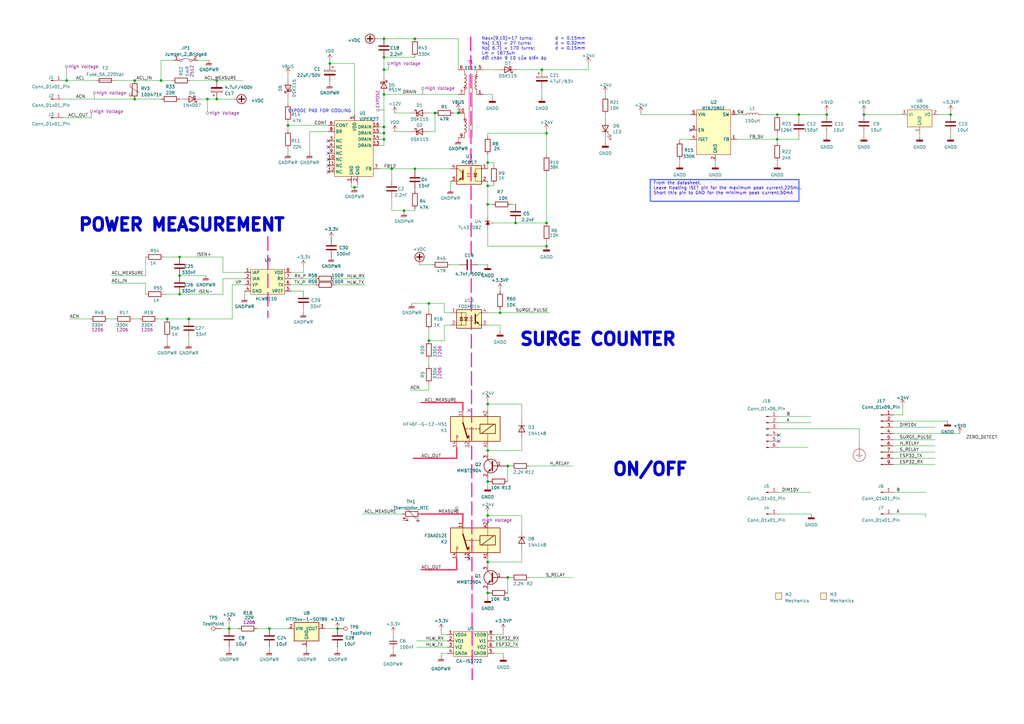
<source format=kicad_sch>
(kicad_sch (version 20230121) (generator eeschema)
  (paper "A3")
  (junction (at 318.77 46.99))
  (junction (at 327.66 46.99))
  (junction (at 187.96 46.355))
  (junction (at 157.48 28.575))
  (junction (at 88.9 33.02))
  (junction (at 224.155 54.61))
  (junction (at 118.11 51.435))
  (junction (at 27.305 33.02))
  (junction (at 160.655 69.215))
  (junction (at 200.025 243.205))
  (junction (at 73.66 120.65))
  (junction (at 389.89 46.99))
  (junction (at 157.48 15.875))
  (junction (at 200.025 165.735))
  (junction (at 200.025 211.455))
  (junction (at 200.025 66.675))
  (junction (at 138.43 257.81))
  (junction (at 157.48 57.15))
  (junction (at 200.025 184.785))
  (junction (at 157.48 52.07))
  (junction (at 165.735 86.36))
  (junction (at 73.66 113.03))
  (junction (at 200.025 197.485))
  (junction (at 157.48 23.495))
  (junction (at 222.25 28.575))
  (junction (at 73.66 105.41))
  (junction (at 200.025 83.82))
  (junction (at 200.025 230.505))
  (junction (at 93.98 257.81))
  (junction (at 170.18 15.875))
  (junction (at 110.49 257.81))
  (junction (at 354.33 46.99))
  (junction (at 55.245 40.64))
  (junction (at 157.48 54.61))
  (junction (at 224.155 100.965))
  (junction (at 77.47 130.81))
  (junction (at 175.895 139.7))
  (junction (at 178.435 46.355))
  (junction (at 318.77 57.15))
  (junction (at 88.9 40.64))
  (junction (at 208.28 191.135))
  (junction (at 175.895 124.46))
  (junction (at 211.455 91.44))
  (junction (at 157.48 38.735))
  (junction (at 339.09 46.99))
  (junction (at 224.155 91.44))
  (junction (at 200.025 76.2))
  (junction (at 208.28 236.855))
  (junction (at 68.58 130.81))
  (junction (at 85.09 40.64))
  (junction (at 66.04 33.02))
  (junction (at 170.18 69.215))
  (junction (at 55.245 33.02))
  (junction (at 145.415 76.835))
  (junction (at 205.105 128.27))
  (junction (at 135.255 26.035))
  (no_connect (at 134.62 62.865))
  (no_connect (at 134.62 70.485))
  (no_connect (at 283.21 53.34))
  (no_connect (at 134.62 57.785))
  (no_connect (at 192.405 229.235))
  (no_connect (at 192.405 168.275))
  (no_connect (at 319.405 180.975))
  (no_connect (at 319.405 178.435))
  (no_connect (at 134.62 60.325))
  (no_connect (at 134.62 67.945))
  (no_connect (at 134.62 65.405))
  (wire (pts (xy 184.785 128.27) (xy 182.245 128.27)))
  (wire (pts (xy 200.025 197.485) (xy 200.025 199.39)))
  (wire (pts (xy 135.255 26.035) (xy 145.415 26.035)))
  (wire (pts (xy 200.025 133.35) (xy 205.105 133.35)))
  (wire (pts (xy 177.165 108.585) (xy 172.085 108.585)))
  (wire (pts (xy 155.575 69.215) (xy 160.655 69.215)))
  (wire (pts (xy 145.415 76.835) (xy 146.685 76.835)))
  (wire (pts (xy 187.325 229.235) (xy 187.325 233.68)) (stroke (width 0.508) (color 255 32 74 1)))
  (wire (pts (xy 202.565 66.675) (xy 202.565 67.945)))
  (wire (pts (xy 54.61 130.81) (xy 57.15 130.81)))
  (wire (pts (xy 119.38 114.3) (xy 129.54 114.3)))
  (wire (pts (xy 327.66 46.99) (xy 339.09 46.99)))
  (wire (pts (xy 118.11 40.005) (xy 118.11 42.545)))
  (wire (pts (xy 208.28 197.485) (xy 208.28 191.135)))
  (wire (pts (xy 66.04 24.765) (xy 66.04 33.02)))
  (wire (pts (xy 187.96 38.735) (xy 157.48 38.735)))
  (wire (pts (xy 44.45 130.81) (xy 46.99 130.81)))
  (wire (pts (xy 170.18 15.875) (xy 187.96 15.875)))
  (wire (pts (xy 135.255 33.655) (xy 135.255 34.29)))
  (wire (pts (xy 200.025 108.585) (xy 196.215 108.585)))
  (wire (pts (xy 82.55 40.64) (xy 85.09 40.64)))
  (wire (pts (xy 118.11 51.435) (xy 118.11 53.34)))
  (wire (pts (xy 200.025 243.205) (xy 200.025 241.935)))
  (wire (pts (xy 182.245 124.46) (xy 175.895 124.46)))
  (wire (pts (xy 184.785 108.585) (xy 188.595 108.585)))
  (wire (pts (xy 200.025 66.675) (xy 202.565 66.675)))
  (wire (pts (xy 278.765 65.405) (xy 278.765 67.31)))
  (wire (pts (xy 187.96 45.085) (xy 187.96 46.355)))
  (wire (pts (xy 200.66 243.205) (xy 200.025 243.205)))
  (wire (pts (xy 327.66 57.15) (xy 318.77 57.15)))
  (wire (pts (xy 91.44 111.76) (xy 91.44 105.41)))
  (wire (pts (xy 200.025 184.785) (xy 200.025 186.055)))
  (wire (pts (xy 182.245 133.35) (xy 182.245 139.7)))
  (wire (pts (xy 200.025 128.27) (xy 205.105 128.27)))
  (wire (pts (xy 81.28 24.765) (xy 85.725 24.765)))
  (wire (pts (xy 200.025 183.515) (xy 200.025 184.785)))
  (wire (pts (xy 200.025 243.205) (xy 200.025 245.11)))
  (wire (pts (xy 200.025 230.505) (xy 200.025 231.775)))
  (wire (pts (xy 157.48 23.495) (xy 157.48 28.575)))
  (wire (pts (xy 318.77 57.15) (xy 318.77 58.42)))
  (wire (pts (xy 187.325 233.68) (xy 172.72 233.68)) (stroke (width 0.508) (color 255 32 74 1)))
  (wire (pts (xy 125.73 265.43) (xy 125.73 266.7)))
  (wire (pts (xy 137.16 114.3) (xy 149.86 114.3)))
  (wire (pts (xy 155.575 57.15) (xy 157.48 57.15)))
  (wire (pts (xy 118.11 30.48) (xy 118.11 32.385)))
  (wire (pts (xy 339.09 45.72) (xy 339.09 46.99)))
  (wire (pts (xy 110.49 257.81) (xy 118.11 257.81)))
  (wire (pts (xy 127 53.975) (xy 127 62.865)))
  (wire (pts (xy 90.805 257.81) (xy 93.98 257.81)))
  (wire (pts (xy 200.025 83.82) (xy 201.93 83.82)))
  (wire (pts (xy 157.48 28.575) (xy 159.385 28.575)))
  (wire (pts (xy 27.305 33.02) (xy 39.37 33.02)))
  (wire (pts (xy 366.395 180.34) (xy 383.54 180.34)))
  (wire (pts (xy 354.33 46.99) (xy 369.57 46.99)))
  (wire (pts (xy 213.995 172.085) (xy 213.995 165.735)))
  (wire (pts (xy 213.995 184.785) (xy 200.025 184.785)))
  (wire (pts (xy 206.375 258.445) (xy 206.375 260.35)))
  (wire (pts (xy 202.565 265.43) (xy 212.725 265.43)))
  (wire (pts (xy 366.395 185.42) (xy 383.54 185.42)))
  (wire (pts (xy 222.25 28.575) (xy 241.3 28.575)))
  (wire (pts (xy 124.46 127) (xy 124.46 128.27)))
  (wire (pts (xy 208.28 243.205) (xy 208.28 236.855)))
  (wire (pts (xy 46.99 33.02) (xy 55.245 33.02)))
  (wire (pts (xy 366.395 210.82) (xy 379.73 210.82)))
  (wire (pts (xy 161.925 53.975) (xy 168.275 53.975)))
  (wire (pts (xy 200.025 83.82) (xy 200.025 88.9)))
  (wire (pts (xy 77.47 130.81) (xy 95.25 130.81)))
  (wire (pts (xy 200.66 197.485) (xy 200.025 197.485)))
  (wire (pts (xy 302.26 57.15) (xy 318.77 57.15)))
  (wire (pts (xy 95.25 116.84) (xy 95.25 130.81)))
  (wire (pts (xy 319.405 175.895) (xy 352.425 175.895)))
  (wire (pts (xy 55.245 33.02) (xy 66.04 33.02)))
  (wire (pts (xy 85.09 43.815) (xy 85.09 40.64)))
  (wire (pts (xy 66.04 33.02) (xy 70.485 33.02)))
  (wire (pts (xy 110.49 265.43) (xy 110.49 266.7)))
  (wire (pts (xy 146.685 74.93) (xy 146.685 76.835)))
  (wire (pts (xy 187.325 183.515) (xy 187.325 187.96)) (stroke (width 0.508) (color 255 32 74 1)))
  (wire (pts (xy 224.155 71.12) (xy 224.155 91.44)))
  (wire (pts (xy 200.025 54.61) (xy 224.155 54.61)))
  (wire (pts (xy 105.41 257.81) (xy 110.49 257.81)))
  (wire (pts (xy 67.31 105.41) (xy 73.66 105.41)))
  (wire (pts (xy 187.96 15.875) (xy 187.96 28.575)))
  (wire (pts (xy 165.1 210.82) (xy 148.59 210.82)))
  (wire (pts (xy 157.48 28.575) (xy 157.48 31.115)))
  (wire (pts (xy 318.77 66.04) (xy 318.77 67.31)))
  (wire (pts (xy 71.12 24.765) (xy 66.04 24.765)))
  (wire (pts (xy 170.815 262.89) (xy 183.515 262.89)))
  (wire (pts (xy 213.995 179.705) (xy 213.995 184.785)))
  (wire (pts (xy 224.155 54.61) (xy 224.155 63.5)))
  (wire (pts (xy 319.405 183.515) (xy 331.47 183.515)))
  (wire (pts (xy 160.655 69.215) (xy 160.655 73.66)))
  (wire (pts (xy 189.865 213.995) (xy 189.865 210.82)) (stroke (width 0.508) (color 255 32 74 1)))
  (wire (pts (xy 45.72 113.03) (xy 59.69 113.03)))
  (wire (pts (xy 119.38 111.76) (xy 124.46 111.76)))
  (wire (pts (xy 200.025 100.965) (xy 200.025 93.98)))
  (wire (pts (xy 202.565 75.565) (xy 202.565 76.2)))
  (wire (pts (xy 224.155 99.06) (xy 224.155 100.965)))
  (wire (pts (xy 224.155 53.34) (xy 224.155 54.61)))
  (wire (pts (xy 208.28 236.855) (xy 207.645 236.855)))
  (wire (pts (xy 91.44 120.65) (xy 73.66 120.65)))
  (wire (pts (xy 138.43 265.43) (xy 138.43 266.7)))
  (wire (pts (xy 93.98 257.81) (xy 97.79 257.81)))
  (wire (pts (xy 157.48 38.735) (xy 157.48 52.07)))
  (wire (pts (xy 366.395 182.88) (xy 383.54 182.88)))
  (wire (pts (xy 26.035 48.26) (xy 37.465 48.26)))
  (wire (pts (xy 202.565 91.44) (xy 211.455 91.44)))
  (wire (pts (xy 91.44 114.3) (xy 91.44 120.65)))
  (wire (pts (xy 100.33 119.38) (xy 100.33 121.92)))
  (wire (pts (xy 389.89 45.72) (xy 389.89 46.99)))
  (wire (pts (xy 202.565 260.35) (xy 206.375 260.35)))
  (wire (pts (xy 157.48 54.61) (xy 157.48 57.15)))
  (wire (pts (xy 200.025 210.185) (xy 200.025 211.455)))
  (wire (pts (xy 99.695 33.02) (xy 88.9 33.02)))
  (wire (pts (xy 384.81 46.99) (xy 389.89 46.99)))
  (wire (pts (xy 200.025 55.88) (xy 200.025 54.61)))
  (polyline (pts (xy 193.04 15.24) (xy 193.675 278.765)) (stroke (width 0.508) (type dash) (color 255 32 174 1)))
  (wire (pts (xy 241.3 26.035) (xy 241.3 28.575)))
  (wire (pts (xy 327.66 46.99) (xy 327.66 48.26)))
  (wire (pts (xy 209.55 83.82) (xy 211.455 83.82)))
  (wire (pts (xy 180.975 267.97) (xy 180.975 269.24)))
  (wire (pts (xy 137.16 116.84) (xy 149.86 116.84)))
  (wire (pts (xy 45.72 116.205) (xy 59.69 116.205)))
  (wire (pts (xy 175.895 46.355) (xy 178.435 46.355)))
  (wire (pts (xy 170.18 15.875) (xy 157.48 15.875)))
  (wire (pts (xy 318.77 57.15) (xy 318.77 54.61)))
  (wire (pts (xy 183.515 267.97) (xy 180.975 267.97)))
  (wire (pts (xy 144.145 74.93) (xy 144.145 76.835)))
  (wire (pts (xy 205.105 118.745) (xy 205.105 119.38)))
  (wire (pts (xy 205.105 127) (xy 205.105 128.27)))
  (wire (pts (xy 175.895 135.255) (xy 175.895 139.7)))
  (wire (pts (xy 160.655 81.28) (xy 160.655 86.36)))
  (wire (pts (xy 377.19 54.61) (xy 377.19 55.88)))
  (wire (pts (xy 201.93 38.735) (xy 201.93 40.005)))
  (wire (pts (xy 379.73 210.82) (xy 379.73 212.09)))
  (wire (pts (xy 366.395 201.93) (xy 379.73 201.93)))
  (wire (pts (xy 165.735 86.995) (xy 165.735 86.36)))
  (wire (pts (xy 27.305 29.845) (xy 27.305 33.02)))
  (wire (pts (xy 118.11 50.165) (xy 118.11 51.435)))
  (wire (pts (xy 26.035 40.64) (xy 55.245 40.64)))
  (wire (pts (xy 93.98 255.905) (xy 93.98 257.81)))
  (wire (pts (xy 170.18 69.215) (xy 184.785 69.215)))
  (wire (pts (xy 234.95 191.135) (xy 217.17 191.135)))
  (wire (pts (xy 67.31 120.65) (xy 73.66 120.65)))
  (wire (pts (xy 262.89 46.99) (xy 283.21 46.99)))
  (wire (pts (xy 88.9 40.64) (xy 95.885 40.64)))
  (wire (pts (xy 133.35 257.81) (xy 138.43 257.81)))
  (wire (pts (xy 186.055 46.355) (xy 187.96 46.355)))
  (wire (pts (xy 157.48 57.15) (xy 157.48 59.69)))
  (wire (pts (xy 200.025 165.735) (xy 200.025 168.275)))
  (wire (pts (xy 222.25 36.195) (xy 222.25 40.005)))
  (wire (pts (xy 200.025 74.295) (xy 200.025 76.2)))
  (wire (pts (xy 119.38 116.84) (xy 129.54 116.84)))
  (wire (pts (xy 175.895 124.46) (xy 175.895 127.635)))
  (wire (pts (xy 202.565 267.97) (xy 206.375 267.97)))
  (wire (pts (xy 366.395 172.72) (xy 388.62 172.72)))
  (wire (pts (xy 160.655 69.215) (xy 170.18 69.215)))
  (wire (pts (xy 170.18 69.215) (xy 170.18 69.85)))
  (wire (pts (xy 161.29 266.065) (xy 161.29 267.335)))
  (wire (pts (xy 200.025 63.5) (xy 200.025 66.675)))
  (wire (pts (xy 312.42 46.99) (xy 318.77 46.99)))
  (wire (pts (xy 154.94 15.875) (xy 157.48 15.875)))
  (wire (pts (xy 248.285 48.895) (xy 248.285 46.99)))
  (wire (pts (xy 175.895 157.48) (xy 175.895 160.02)))
  (wire (pts (xy 68.58 138.43) (xy 68.58 140.97)))
  (wire (pts (xy 178.435 46.355) (xy 178.435 53.975)))
  (wire (pts (xy 302.26 46.99) (xy 304.8 46.99)))
  (wire (pts (xy 168.91 124.46) (xy 175.895 124.46)))
  (wire (pts (xy 213.995 230.505) (xy 200.025 230.505)))
  (wire (pts (xy 366.395 175.26) (xy 383.54 175.26)))
  (wire (pts (xy 135.255 24.765) (xy 135.255 26.035)))
  (wire (pts (xy 327.66 55.88) (xy 327.66 57.15)))
  (wire (pts (xy 183.515 260.35) (xy 180.975 260.35)))
  (wire (pts (xy 212.09 28.575) (xy 222.25 28.575)))
  (wire (pts (xy 339.09 54.61) (xy 339.09 55.88)))
  (wire (pts (xy 248.285 56.515) (xy 248.285 58.42)))
  (wire (pts (xy 200.025 229.235) (xy 200.025 230.505)))
  (wire (pts (xy 200.025 211.455) (xy 200.025 213.995)))
  (wire (pts (xy 127 53.975) (xy 134.62 53.975)))
  (wire (pts (xy 59.69 116.205) (xy 59.69 120.65)))
  (wire (pts (xy 170.18 77.47) (xy 170.18 78.105)))
  (wire (pts (xy 145.415 26.035) (xy 145.415 46.99)))
  (wire (pts (xy 59.69 113.03) (xy 59.69 105.41)))
  (wire (pts (xy 91.44 111.76) (xy 100.33 111.76)))
  (wire (pts (xy 64.77 130.81) (xy 68.58 130.81)))
  (wire (pts (xy 155.575 54.61) (xy 157.48 54.61)))
  (wire (pts (xy 319.405 210.82) (xy 332.74 210.82)))
  (wire (pts (xy 209.55 191.135) (xy 208.28 191.135)))
  (wire (pts (xy 175.895 53.975) (xy 178.435 53.975)))
  (wire (pts (xy 198.12 28.575) (xy 204.47 28.575)))
  (wire (pts (xy 389.89 54.61) (xy 389.89 55.88)))
  (wire (pts (xy 157.48 23.495) (xy 170.18 23.495)))
  (wire (pts (xy 26.035 33.02) (xy 27.305 33.02)))
  (wire (pts (xy 73.66 113.03) (xy 84.455 113.03)))
  (wire (pts (xy 28.575 130.81) (xy 36.83 130.81)))
  (wire (pts (xy 161.29 259.715) (xy 161.29 260.985)))
  (wire (pts (xy 319.405 170.815) (xy 332.74 170.815)))
  (wire (pts (xy 213.995 225.425) (xy 213.995 230.505)))
  (wire (pts (xy 182.245 139.7) (xy 175.895 139.7)))
  (wire (pts (xy 234.95 236.855) (xy 217.17 236.855)))
  (wire (pts (xy 366.395 187.96) (xy 383.54 187.96)))
  (wire (pts (xy 85.09 40.64) (xy 88.9 40.64)))
  (wire (pts (xy 319.405 201.93) (xy 332.74 201.93)))
  (wire (pts (xy 157.48 52.07) (xy 157.48 54.61)))
  (wire (pts (xy 78.105 33.02) (xy 88.9 33.02)))
  (wire (pts (xy 248.285 38.1) (xy 248.285 39.37)))
  (wire (pts (xy 200.025 69.215) (xy 200.025 66.675)))
  (wire (pts (xy 168.275 160.02) (xy 175.895 160.02)))
  (wire (pts (xy 160.655 86.36) (xy 165.735 86.36)))
  (wire (pts (xy 187.325 187.96) (xy 169.545 187.96)) (stroke (width 0.508) (color 255 32 74 1)))
  (wire (pts (xy 68.58 130.81) (xy 77.47 130.81)))
  (wire (pts (xy 213.995 211.455) (xy 200.025 211.455)))
  (wire (pts (xy 202.565 262.89) (xy 212.725 262.89)))
  (wire (pts (xy 189.865 168.275) (xy 189.865 165.1)) (stroke (width 0.508) (color 255 32 74 1)))
  (wire (pts (xy 155.575 59.69) (xy 157.48 59.69)))
  (wire (pts (xy 293.37 66.04) (xy 293.37 67.31)))
  (wire (pts (xy 366.395 170.18) (xy 370.205 170.18)))
  (wire (pts (xy 119.38 119.38) (xy 124.46 119.38)))
  (wire (pts (xy 175.895 149.86) (xy 175.895 147.32)))
  (wire (pts (xy 354.33 54.61) (xy 354.33 55.88)))
  (wire (pts (xy 187.96 56.515) (xy 187.96 57.15)))
  (wire (pts (xy 55.245 40.64) (xy 66.04 40.64)))
  (wire (pts (xy 165.735 86.36) (xy 170.18 86.36)))
  (wire (pts (xy 206.375 267.97) (xy 206.375 269.24)))
  (wire (pts (xy 354.33 45.72) (xy 354.33 46.99)))
  (wire (pts (xy 370.205 166.37) (xy 370.205 170.18)))
  (wire (pts (xy 144.145 76.835) (xy 145.415 76.835)))
  (wire (pts (xy 224.155 100.965) (xy 200.025 100.965)))
  (wire (pts (xy 262.89 46.99) (xy 262.89 46.355)))
  (wire (pts (xy 182.245 133.35) (xy 184.785 133.35)))
  (wire (pts (xy 189.865 210.82) (xy 172.72 210.82)) (stroke (width 0.508) (color 255 32 74 1)))
  (wire (pts (xy 198.12 38.735) (xy 201.93 38.735)))
  (wire (pts (xy 157.48 52.07) (xy 155.575 52.07)))
  (wire (pts (xy 91.44 105.41) (xy 73.66 105.41)))
  (wire (pts (xy 77.47 138.43) (xy 77.47 140.97)))
  (wire (pts (xy 170.815 265.43) (xy 183.515 265.43)))
  (wire (pts (xy 366.395 190.5) (xy 383.54 190.5)))
  (polyline (pts (xy 109.855 97.155) (xy 109.855 130.175)) (stroke (width 0.508) (type dash) (color 255 32 174 1)))
  (wire (pts (xy 124.46 109.22) (xy 124.46 111.76)))
  (wire (pts (xy 93.98 265.43) (xy 93.98 266.7)))
  (wire (pts (xy 213.995 165.735) (xy 200.025 165.735)))
  (wire (pts (xy 208.28 191.135) (xy 207.645 191.135)))
  (wire (pts (xy 278.765 57.15) (xy 278.765 57.785)))
  (wire (pts (xy 205.105 133.35) (xy 205.105 135.89)))
  (wire (pts (xy 209.55 236.855) (xy 208.28 236.855)))
  (wire (pts (xy 213.995 217.805) (xy 213.995 211.455)))
  (wire (pts (xy 100.33 114.3) (xy 91.44 114.3)))
  (wire (pts (xy 73.66 40.64) (xy 74.93 40.64)))
  (wire (pts (xy 366.395 177.8) (xy 393.7 177.8)))
  (wire (pts (xy 200.025 76.2) (xy 202.565 76.2)))
  (wire (pts (xy 118.11 51.435) (xy 134.62 51.435)))
  (wire (pts (xy 319.405 173.355) (xy 332.74 173.355)))
  (wire (pts (xy 352.425 175.895) (xy 352.425 182.88)))
  (wire (pts (xy 200.025 197.485) (xy 200.025 196.215)))
  (wire (pts (xy 118.11 60.96) (xy 118.11 62.865)))
  (wire (pts (xy 318.77 46.99) (xy 327.66 46.99)))
  (wire (pts (xy 200.025 164.465) (xy 200.025 165.735)))
  (wire (pts (xy 224.155 91.44) (xy 211.455 91.44)))
  (wire (pts (xy 184.785 74.295) (xy 184.785 77.47)))
  (wire (pts (xy 182.245 128.27) (xy 182.245 124.46)))
  (wire (pts (xy 200.025 76.2) (xy 200.025 83.82)))
  (wire (pts (xy 180.975 260.35) (xy 180.975 258.445)))
  (wire (pts (xy 205.105 128.27) (xy 225.425 128.27)))
  (wire (pts (xy 283.21 57.15) (xy 278.765 57.15)))
  (wire (pts (xy 100.33 116.84) (xy 95.25 116.84)))
  (wire (pts (xy 189.865 165.1) (xy 172.72 165.1)) (stroke (width 0.508) (color 255 32 74 1)))
  (wire (pts (xy 161.925 46.355) (xy 168.275 46.355)))
  (wire (pts (xy 170.18 85.725) (xy 170.18 86.36)))
  (rectangle (start 266.7 73.66) (end 327.66 82.55) (stroke (width 0.508) (color 77 111 255 1)) (fill (type color) (color 255 245 254 1)))
  (text "EXPODE PAD FOR COOLING" (at 118.11 46.355 0) (effects (font (size 1.27 1.27)) (justify left bottom)))
  (text "SURGE COUNTER\n" (at 212.725 142.24 0) (effects (font (size 5.08 5.08) (thickness 1.524) bold) (justify left bottom)))
  (text "ON/OFF" (at 250.825 195.58 0) (effects (font (size 5.08 5.08) (thickness 1.524) bold) (justify left bottom)))
  (text "From the datasheet,\nLeave floating ISET pin for the maximum peak current,225mA. \nShort this pin to GND for the minimum peak current,50mA" (at 267.97 80.01 0) (effects (font (size 1.27 1.27)) (justify left bottom)))
  (text "Naux(9,10)=17 turns; 	d = 0.15mm\nNs( 1,5) = 27 turns; 	d = 0.32mm\nNp( 6,7) = 170 turns;	d = 0.15mm\nLm = 1673uH\nđổi chân 9 10 của biến áp" (at 197.485 24.765 0) (effects (font (size 1.27 1.27)) (justify left bottom)))
  (text "POWER MEASUREMENT\n\n" (at 31.75 103.505 0) (effects (font (size 5.08 5.08) (thickness 1.524) bold) (justify left bottom)))
  (label "ESP32_TX" (at 203.2 265.43 0))
  (label "ESP32_RX" (at 368.935 190.5 0))
  (label "ACN" (at 31.115 40.64 0))
  (label "DIM10V" (at 368.935 175.26 0))
  (label "ACL_IN" (at 45.72 116.205 0))
  (label "DIM10V" (at 320.675 201.93 0))
  (label "HLW_RX" (at 142.24 114.3 0))
  (label "ACN" (at 168.275 160.02 0))
  (label "S_RELAY" (at 368.935 185.42 0))
  (label "ACL" (at 31.115 33.02 0))
  (label "S_RELAY" (at 231.775 236.855 180))
  (label "ACL_MEASURE" (at 45.72 113.03 0))
  (label "ZERO_DETECT" (at 396.24 180.34 0))
  (label "H_RELAY" (at 225.425 191.135 0))
  (label "VP" (at 96.52 116.84 0))
  (label "MEASURE" (at 188.595 210.82 180))
  (label "A" (at 367.665 210.82 0))
  (label "SURGE_PULSE" (at 368.935 180.34 0))
  (label "A" (at 322.58 173.355 0))
  (label "ACN" (at 28.575 130.81 0))
  (label "ESP32_TX" (at 368.935 187.96 0))
  (label "RX_P" (at 120.65 114.3 0))
  (label "DRAIN" (at 165.1 38.735 0))
  (label "CONT" (at 128.905 51.435 0))
  (label "ACL_OUT" (at 180.975 233.68 180))
  (label "FB_5V" (at 307.34 57.15 0))
  (label "SW" (at 302.26 46.99 0))
  (label "ACL_OUT" (at 27.94 48.26 0))
  (label "ISEN-" (at 81.28 120.65 0))
  (label "ISEN+" (at 80.645 105.41 0))
  (label "ACL_IN" (at 55.88 33.02 0))
  (label "HLW_TX" (at 174.625 265.43 0))
  (label "SURGE_PULSE" (at 211.455 128.27 0))
  (label "B" (at 322.58 170.815 0))
  (label "ACL_OUT" (at 180.975 187.96 180))
  (label "ESP32_RX" (at 203.2 262.89 0))
  (label "HLW_TX" (at 142.24 116.84 0))
  (label "ACL_MEASURE" (at 162.56 210.82 180))
  (label "TX_P" (at 120.65 116.84 0))
  (label "FB12" (at 157.48 69.215 0))
  (label "B" (at 367.665 201.93 0))
  (label "ACL_MEASURE" (at 83.82 33.02 0))
  (label "HLW_RX" (at 174.625 262.89 0))
  (label "ACL_MEASURE" (at 187.325 165.1 180))
  (label "H_RELAY" (at 368.935 182.88 0))
  (netclass_flag "" (length 2.54) (shape round) (at 38.735 40.64 0) (property "Netclass" "High Voltage" (at 39.4335 38.1 0) (effects (font italic) (justify left))))
  (netclass_flag "" (length 2.54) (shape round) (at 27.305 29.845 0) (property "Netclass" "High Voltage" (at 28.0035 27.305 0) (effects (font italic) (justify left))))
  (netclass_flag "" (length 2.54) (shape round) (at 159.385 28.575 0) (property "Netclass" "High Voltage" (at 160.0835 26.035 0) (effects (font italic) (justify left))))
  (netclass_flag "" (length 2.54) (shape round) (at 37.465 48.26 0) (property "Netclass" "High Voltage" (at 38.1635 45.72 0) (effects (font italic) (justify left))))
  (netclass_flag "" (length 2.54) (shape round) (at 157.48 45.085 90) (property "Netclass" "EXPOSE" (at 154.94 44.3865 90) (effects (font italic) (justify left))))
  (netclass_flag "" (length 2.54) (shape round) (at 173.355 38.735 0) (property "Netclass" "High Voltage" (at 174.0535 36.195 0) (effects (font italic) (justify left))))
  (netclass_flag "" (length 2.54) (shape round) (at 85.09 43.815 180) (property "Netclass" "High Voltage" (at 85.7885 46.355 0) (effects (font italic) (justify left))))
  (netclass_flag "" (length 2.54) (shape round) (at 187.325 210.82 0) (property "Netclass" "High Voltage" (at 197.5485 213.36 0) (effects (font italic) (justify left))))
  (symbol (lib_id "Device:D_Schottky") (at 172.085 46.355 0) (unit 1)
    (property "Reference" "D1" (at 172.085 43.18 0))
    (property "Value" "DSK115" (at 172.085 48.895 0))
    (property "Footprint" "Diode_SMD:D_SOD-123" (effects hide))
  )
  (symbol (lib_id "power:Earth_Protective") (at 352.425 182.88 0) (unit 1)
    (property "Reference" "#PWR068" (effects hide))
    (property "Value" "Earth_Protective" (effects hide))
  )
  (symbol (lib_id "power:+3.3V") (at 138.43 257.81 0) (unit 1)
    (property "Reference" "#PWR063" (effects hide))
    (property "Value" "+3.3V" (at 138.43 254 0))
  )
  (symbol (lib_id "Device:R") (at 204.47 197.485 270) (mirror x) (unit 1)
    (property "Reference" "R13" (at 207.645 200.025 90))
    (property "Value" "10K" (at 203.2 200.025 90))
    (property "Footprint" "Resistor_SMD:R_0603_1608Metric" (effects hide))
  )
  (symbol (lib_id "power:GNDD") (at 318.77 67.31 0) (unit 1)
    (property "Reference" "#PWR051" (effects hide))
    (property "Value" "GNDD" (at 318.77 71.755 0))
  )
  (symbol (lib_id "power:GNDPWR") (at 118.11 62.865 0) (unit 1)
    (property "Reference" "#PWR015" (effects hide))
    (property "Value" "GNDPWR" (at 118.11 66.675 0))
  )
  (symbol (lib_id "power:+24V") (at 248.285 38.1 0) (unit 1)
    (property "Reference" "#PWR024" (effects hide))
    (property "Value" "+24V" (at 248.285 34.925 0))
  )
  (symbol (lib_id "power:GNDPWR") (at 68.58 140.97 0) (unit 1)
    (property "Reference" "#PWR060" (effects hide))
    (property "Value" "GNDPWR" (at 68.58 144.78 0))
  )
  (symbol (lib_id "Device:R") (at 60.96 130.81 270) (mirror x) (unit 1)
    (property "Reference" "R19" (at 60.96 128.27 90))
    (property "Value" "330K" (at 60.325 133.35 90))
    (property "Footprint" "Resistor_SMD:R_1206_3216Metric" (effects hide))
    (property "DESCRIPTION" "1206" (at 60.325 135.255 90))
  )
  (symbol (lib_id "power:GNDPWR") (at 125.73 266.7 0) (unit 1)
    (property "Reference" "#PWR059" (effects hide))
    (property "Value" "GNDPWR" (at 125.73 270.51 0))
  )
  (symbol (lib_id "Device:C") (at 77.47 134.62 180) (unit 1)
    (property "Reference" "C27" (at 81.915 134.62 0))
    (property "Value" "33nF" (at 82.55 137.16 0))
    (property "Footprint" "Capacitor_SMD:C_0603_1608Metric" (effects hide))
  )
  (symbol (lib_id "Device:R") (at 224.155 95.25 0) (mirror x) (unit 1)
    (property "Reference" "R6" (at 227.33 94.615 0))
    (property "Value" "10K" (at 227.33 96.52 0))
    (property "Footprint" "Resistor_SMD:R_0603_1608Metric" (effects hide))
  )
  (symbol (lib_id "power:+3.3V") (at 161.29 259.715 0) (unit 1)
    (property "Reference" "#PWR020" (effects hide))
    (property "Value" "+3.3V" (at 161.29 255.905 0))
  )
  (symbol (lib_id "Diode:1N4148") (at 213.995 175.895 270) (unit 1)
    (property "Reference" "D3" (at 216.535 175.26 90) (effects (justify left)))
    (property "Value" "1N4148" (at 216.535 177.8 90) (effects (justify left)))
    (property "Footprint" "Diode_SMD:D_SOD-123" (effects hide))
    (property "Datasheet" "https://assets.nexperia.com/documents/data-sheet/1N4148_1N4448.pdf" (effects hide))
    (property "Sim.Device" "D" (effects hide))
    (property "Sim.Pins" "1=K 2=A" (effects hide))
  )
  (symbol (lib_id "power:+3.3V") (at 135.89 97.79 0) (unit 1)
    (property "Reference" "#PWR071" (effects hide))
    (property "Value" "+3.3V" (at 135.89 93.98 0))
  )
  (symbol (lib_id "Device:R") (at 213.36 191.135 270) (mirror x) (unit 1)
    (property "Reference" "R12" (at 217.17 193.675 90))
    (property "Value" "2.2K" (at 212.725 193.675 90))
    (property "Footprint" "Resistor_SMD:R_0603_1608Metric" (effects hide))
  )
  (symbol (lib_id "power:GNDD") (at 278.765 67.31 0) (unit 1)
    (property "Reference" "#PWR054" (effects hide))
    (property "Value" "GNDD" (at 278.765 71.755 0))
  )
  (symbol (lib_id "Device:R") (at 248.285 43.18 180) (unit 1)
    (property "Reference" "R21" (at 250.063 41.9862 0) (effects (justify right)))
    (property "Value" "10K" (at 250.063 44.3484 0) (effects (justify right)))
    (property "Footprint" "Resistor_SMD:R_0603_1608Metric" (effects hide))
  )
  (symbol (lib_id "power:GNDD") (at 332.74 210.82 0) (unit 1)
    (property "Reference" "#PWR018" (effects hide))
    (property "Value" "GNDD" (at 332.74 215.265 0))
  )
  (symbol (lib_id "power:GNDPWR") (at 84.455 113.03 0) (unit 1)
    (property "Reference" "#PWR064" (effects hide))
    (property "Value" "GNDPWR" (at 84.455 116.84 0))
  )
  (symbol (lib_id "power:GNDD") (at 200.025 108.585 0) (unit 1)
    (property "Reference" "#PWR049" (effects hide))
    (property "Value" "GNDD" (at 200.025 113.03 0))
  )
  (symbol (lib_id "Device:R") (at 170.18 19.685 0) (unit 1)
    (property "Reference" "R43" (at 173.355 19.685 0))
    (property "Value" "330K" (at 173.99 22.225 0))
    (property "Footprint" "Resistor_SMD:R_1206_3216Metric" (effects hide))
  )
  (symbol (lib_id "power:+3.3VP") (at 206.375 258.445 0) (unit 1)
    (property "Reference" "#PWR026" (effects hide))
    (property "Value" "+3.3VP" (at 206.375 254.635 0))
  )
  (symbol (lib_id "Device:C_Polarized") (at 135.255 29.845 0) (mirror y) (unit 1)
    (property "Reference" "C1" (at 131.445 28.321 0) (effects (justify left)))
    (property "Value" "22uF/50V" (at 131.445 30.861 0) (effects (justify left)))
    (property "Footprint" "Capacitor_THT:CP_Radial_D5.0mm_P2.50mm" (effects hide))
    (property "LKCL" "CLA0960" (effects hide))
  )
  (symbol (lib_id "Device:C") (at 389.89 50.8 180) (unit 1)
    (property "Reference" "C10" (at 394.97 50.8 0))
    (property "Value" "10uF" (at 394.97 53.34 0))
    (property "Footprint" "Capacitor_SMD:C_0603_1608Metric" (effects hide))
  )
  (symbol (lib_id "power:GNDD") (at 200.025 245.11 0) (mirror y) (unit 1)
    (property "Reference" "#PWR033" (effects hide))
    (property "Value" "GNDD" (at 200.025 249.555 0))
  )
  (symbol (lib_id "Device:R") (at 101.6 257.81 270) (unit 1)
    (property "Reference" "R18" (at 101.6 251.46 90))
    (property "Value" "22R" (at 102.235 253.365 90))
    (property "Footprint" "Resistor_SMD:R_1206_3216Metric" (effects hide))
    (property "DESCRIPTION" "1206" (at 102.235 255.27 90))
  )
  (symbol (lib_id "Device:D_Schottky") (at 118.11 36.195 90) (unit 1)
    (property "Reference" "D6" (at 114.935 36.195 0))
    (property "Value" "DSK115" (at 120.65 36.195 0))
    (property "Footprint" "Diode_SMD:D_SOD-123" (effects hide))
  )
  (symbol (lib_id "Device:C") (at 124.46 123.19 180) (unit 1)
    (property "Reference" "C29" (at 129.54 123.19 0))
    (property "Value" "33nF" (at 129.54 125.73 0))
    (property "Footprint" "Capacitor_SMD:C_0603_1608Metric" (effects hide))
  )
  (symbol (lib_id "Device:Varistor") (at 55.245 36.83 0) (unit 1)
    (property "Reference" "RV3" (at 57.785 36.2942 0) (effects (justify left)))
    (property "Value" "10D471K" (at 57.785 38.8342 0) (effects (justify left)))
    (property "Footprint" "Varistor:RV_Disc_D12mm_W4.6mm_P7.5mm" (effects hide))
  )
  (symbol (lib_id "power:+24V") (at 241.3 26.035 0) (unit 1)
    (property "Reference" "#PWR012" (effects hide))
    (property "Value" "+24V" (at 241.3 22.86 0))
  )
  (symbol (lib_id "power:+5VD") (at 393.7 177.8 0) (unit 1)
    (property "Reference" "#PWR065" (effects hide))
    (property "Value" "+5VD" (at 393.7 174.625 0))
  )
  (symbol (lib_id "Device:C") (at 93.98 261.62 180) (unit 1)
    (property "Reference" "C8" (at 99.06 261.62 0))
    (property "Value" "10uF" (at 99.06 264.16 0))
    (property "Footprint" "Capacitor_SMD:C_1206_3216Metric" (effects hide))
  )
  (symbol (lib_id "Device:R") (at 200.025 59.69 0) (mirror x) (unit 1)
    (property "Reference" "R8" (at 203.2 59.055 0))
    (property "Value" "2K" (at 203.835 60.96 0))
    (property "Footprint" "Resistor_SMD:R_0603_1608Metric" (effects hide))
  )
  (symbol (lib_id "Transistor_BJT:MMBT3904") (at 202.565 236.855 0) (mirror y) (unit 1)
    (property "Reference" "Q1" (at 197.485 236.22 0) (effects (justify left)))
    (property "Value" "MMBT3904" (at 197.485 238.76 0) (effects (justify left)))
    (property "Footprint" "Package_TO_SOT_SMD:SOT-23" (effects hide))
    (property "Datasheet" "https://www.onsemi.com/pub/Collateral/2N3903-D.PDF" (effects hide))
  )
  (symbol (lib_id "Device:R") (at 118.11 57.15 0) (mirror y) (unit 1)
    (property "Reference" "R11" (at 121.285 57.785 0))
    (property "Value" "22K" (at 121.92 60.325 0))
    (property "Footprint" "Resistor_SMD:R_0603_1608Metric" (effects hide))
  )
  (symbol (lib_id "Device:R") (at 133.35 116.84 270) (mirror x) (unit 1)
    (property "Reference" "R59" (at 128.27 115.57 90))
    (property "Value" "100R" (at 138.43 115.57 90))
    (property "Footprint" "Resistor_SMD:R_0603_1608Metric" (effects hide))
  )
  (symbol (lib_id "Device:C") (at 138.43 261.62 180) (unit 1)
    (property "Reference" "C28" (at 143.51 261.62 0))
    (property "Value" "10uF" (at 143.51 264.16 0))
    (property "Footprint" "Capacitor_SMD:C_0603_1608Metric" (effects hide))
  )
  (symbol (lib_id "Device:C") (at 354.33 50.8 180) (unit 1)
    (property "Reference" "C9" (at 359.41 50.8 0))
    (property "Value" "10uF" (at 359.41 53.34 0))
    (property "Footprint" "Capacitor_SMD:C_0603_1608Metric" (effects hide))
  )
  (symbol (lib_id "Device:C_Polarized") (at 88.9 36.83 0) (mirror x) (unit 1)
    (property "Reference" "C17" (at 92.075 38.354 0) (effects (justify left)))
    (property "Value" "4.7uF/400V" (at 92.075 35.814 0) (effects (justify left)))
    (property "Footprint" "Capacitor_THT:CP_Radial_D8.0mm_P3.50mm" (effects hide))
  )
  (symbol (lib_id "Device:R") (at 202.565 71.755 0) (mirror x) (unit 1)
    (property "Reference" "R9" (at 205.74 71.12 0))
    (property "Value" "1K" (at 205.74 73.025 0))
    (property "Footprint" "Resistor_SMD:R_0603_1608Metric" (effects hide))
  )
  (symbol (lib_id "power:+24V") (at 224.155 53.34 0) (unit 1)
    (property "Reference" "#PWR039" (effects hide))
    (property "Value" "+24V" (at 224.155 50.165 0))
  )
  (symbol (lib_id "power:GNDD") (at 248.285 58.42 0) (unit 1)
    (property "Reference" "#PWR014" (effects hide))
    (property "Value" "GNDD" (at 248.285 62.865 0))
  )
  (symbol (lib_id "power:+24V") (at 370.205 166.37 0) (unit 1)
    (property "Reference" "#PWR01" (effects hide))
    (property "Value" "+24V" (at 370.205 163.195 0))
  )
  (symbol (lib_id "Device:C_Polarized") (at 222.25 32.385 0) (unit 1)
    (property "Reference" "C21" (at 225.425 30.861 0) (effects (justify left)))
    (property "Value" "47uF/63V" (at 225.425 33.401 0) (effects (justify left)))
    (property "Footprint" "Capacitor_THT:CP_Radial_D6.3mm_P2.50mm" (effects hide))
    (property "LKCL" "CLA0960" (effects hide))
  )
  (symbol (lib_id "Device:R") (at 318.77 50.8 0) (mirror y) (unit 1)
    (property "Reference" "R23" (at 322.58 50.8 0))
    (property "Value" "126K" (at 322.58 53.34 0))
    (property "Footprint" "Resistor_SMD:R_0603_1608Metric" (effects hide))
  )
  (symbol (lib_id "New_Library:Mechanics") (at 319.405 241.935 0) (unit 1)
    (property "Reference" "M2" (at 321.945 243.84 0) (effects (justify left)))
    (property "Value" "Mechanics" (at 321.945 246.38 0) (effects (justify left)))
    (property "Footprint" "Hoai_Nam:Mechanics" (effects hide))
  )
  (symbol (lib_id "Device:R") (at 175.895 131.445 180) (unit 1)
    (property "Reference" "R16" (at 177.8 130.81 0) (effects (justify right)))
    (property "Value" "1K" (at 177.8 133.35 0) (effects (justify right)))
    (property "Footprint" "Resistor_SMD:R_0603_1608Metric" (effects hide))
  )
  (symbol (lib_id "Reference_Voltage:TL431DBZ") (at 200.025 91.44 270) (mirror x) (unit 1)
    (property "Reference" "U4" (at 197.485 90.805 90) (effects (justify right)))
    (property "Value" "TL431DBZ" (at 197.485 93.345 90) (effects (justify right)))
    (property "Footprint" "Package_TO_SOT_SMD:SOT-23" (effects hide))
    (property "Datasheet" "http://www.ti.com/lit/ds/symlink/tl431.pdf" (effects hide))
  )
  (symbol (lib_id "power:VBUS") (at 187.96 45.085 0) (unit 1)
    (property "Reference" "#PWR016" (effects hide))
    (property "Value" "VBUS" (at 187.96 41.91 0))
  )
  (symbol (lib_id "Device:C") (at 157.48 19.685 180) (unit 1)
    (property "Reference" "C18" (at 161.925 19.685 0))
    (property "Value" "2.2nF" (at 162.56 22.225 0))
    (property "Footprint" "Capacitor_SMD:C_1206_3216Metric" (effects hide))
  )
  (symbol (lib_id "Regulator_Linear:HT75xx-1-SOT89") (at 125.73 260.35 0) (unit 1)
    (property "Reference" "U8" (at 125.73 251.46 0))
    (property "Value" "HT75xx-1-SOT89" (at 125.73 254 0))
    (property "Footprint" "Package_TO_SOT_SMD:SOT-89-3" (effects hide))
    (property "Datasheet" "https://www.holtek.com/documents/10179/116711/HT75xx-1v250.pdf" (effects hide))
  )
  (symbol (lib_id "power:GNDPWR") (at 110.49 266.7 0) (unit 1)
    (property "Reference" "#PWR058" (effects hide))
    (property "Value" "GNDPWR" (at 110.49 270.51 0))
  )
  (symbol (lib_id "power:GNDD") (at 222.25 40.005 0) (unit 1)
    (property "Reference" "#PWR050" (effects hide))
    (property "Value" "GNDD" (at 222.25 44.45 0))
  )
  (symbol (lib_id "Connector:Conn_01x01_Pin") (at 20.955 48.26 0) (unit 1) (in_bom no)
    (property "Reference" "J3" (at 20.955 46.99 0))
    (property "Value" "Conn_01x01_Pin" (at 20.955 50.8 0))
    (property "Footprint" "Library:MH_4MMD_2.5MMH" (effects hide))
  )
  (symbol (lib_id "power:+12V") (at 93.98 255.905 0) (unit 1)
    (property "Reference" "#PWR057" (effects hide))
    (property "Value" "+12V" (at 93.98 252.095 0))
  )
  (symbol (lib_id "power:GNDPWR") (at 85.725 24.765 0) (unit 1)
    (property "Reference" "#PWR041" (effects hide))
    (property "Value" "GNDPWR" (at 85.725 28.575 0))
  )
  (symbol (lib_id "Device:D_Schottky") (at 78.74 40.64 180) (unit 1)
    (property "Reference" "D4" (at 78.74 38.1 0))
    (property "Value" "1N4007" (at 78.74 43.18 0))
    (property "Footprint" "Diode_SMD:D_SMA" (effects hide))
  )
  (symbol (lib_id "power:+3.3VP") (at 205.105 118.745 0) (unit 1)
    (property "Reference" "#PWR030" (effects hide))
    (property "Value" "+3.3VP" (at 205.105 114.935 0))
  )
  (symbol (lib_id "Device:R") (at 68.58 134.62 0) (mirror y) (unit 1)
    (property "Reference" "R56" (at 71.755 134.62 0))
    (property "Value" "1K" (at 71.755 137.16 0))
    (property "Footprint" "Resistor_SMD:R_0603_1608Metric" (effects hide))
  )
  (symbol (lib_id "power:+3.3V") (at 180.975 258.445 0) (unit 1)
    (property "Reference" "#PWR022" (effects hide))
    (property "Value" "+3.3V" (at 180.975 254.635 0))
  )
  (symbol (lib_id "power:GNDD") (at 293.37 67.31 0) (unit 1)
    (property "Reference" "#PWR046" (effects hide))
    (property "Value" "GNDD" (at 293.37 71.755 0))
  )
  (symbol (lib_id "Device:R") (at 204.47 243.205 270) (mirror x) (unit 1)
    (property "Reference" "R3" (at 207.645 245.745 90))
    (property "Value" "10K" (at 203.2 245.745 90))
    (property "Footprint" "Resistor_SMD:R_0603_1608Metric" (effects hide))
  )
  (symbol (lib_id "power:GNDPWR") (at 168.91 124.46 0) (unit 1)
    (property "Reference" "#PWR031" (effects hide))
    (property "Value" "GNDPWR" (at 168.91 128.27 0))
  )
  (symbol (lib_id "Jumper:Jumper_2_Bridged") (at 76.2 24.765 0) (unit 1) (in_bom no)
    (property "Reference" "JP1" (at 76.2 19.685 0))
    (property "Value" "Jumper_2_Bridged" (at 76.2 22.225 0))
    (property "Footprint" "Jumper:SolderJumper-2_P1.3mm_Bridged2Bar_RoundedPad1.0x1.5mm" (effects hide))
  )
  (symbol (lib_id "power:GNDPWR") (at 138.43 266.7 0) (unit 1)
    (property "Reference" "#PWR062" (effects hide))
    (property "Value" "GNDPWR" (at 138.43 270.51 0))
  )
  (symbol (lib_id "Device:C") (at 135.89 101.6 180) (unit 1)
    (property "Reference" "C30" (at 140.97 101.6 0))
    (property "Value" "100nF" (at 140.97 104.14 0))
    (property "Footprint" "Capacitor_SMD:C_0603_1608Metric" (effects hide))
  )
  (symbol (lib_id "Connector:Conn_01x01_Pin") (at 314.325 210.82 0) (unit 1) (in_bom no)
    (property "Reference" "J4" (at 314.325 208.28 0))
    (property "Value" "Conn_01x01_Pin" (at 314.325 213.36 0))
    (property "Footprint" "Library:MH_2.2MMD_1MMH" (effects hide))
  )
  (symbol (lib_id "power:GNDPWR") (at 124.46 128.27 0) (unit 1)
    (property "Reference" "#PWR070" (effects hide))
    (property "Value" "GNDPWR" (at 124.46 132.08 0))
  )
  (symbol (lib_id "power:GNDPWR") (at 77.47 140.97 0) (unit 1)
    (property "Reference" "#PWR061" (effects hide))
    (property "Value" "GNDPWR" (at 77.47 144.78 0))
  )
  (symbol (lib_id "Connector:Conn_01x01_Pin") (at 314.325 201.93 0) (unit 1) (in_bom no)
    (property "Reference" "J5" (at 314.325 199.39 0))
    (property "Value" "Conn_01x01_Pin" (at 314.325 204.47 0))
    (property "Footprint" "Library:MH_2.2MMD_1MMH" (effects hide))
  )
  (symbol (lib_id "Device:C") (at 211.455 87.63 0) (unit 1)
    (property "Reference" "C5" (at 215.9 87.63 0))
    (property "Value" "2.2nF" (at 216.535 90.17 0))
    (property "Footprint" "Capacitor_SMD:C_0603_1608Metric" (effects hide))
  )
  (symbol (lib_id "New_Library:XC6206") (at 377.19 42.545 0) (unit 1)
    (property "Reference" "U6" (at 377.19 41.275 0))
    (property "Value" "XC6206" (at 377.19 43.815 0))
    (property "Footprint" "Package_TO_SOT_SMD:SOT-23" (effects hide))
    (property "Datasheet" "https://www.torexsemi.com/file/xc6206/XC6206.pdf" (effects hide))
  )
  (symbol (lib_id "Device:R") (at 170.18 81.915 0) (mirror y) (unit 1)
    (property "Reference" "R4" (at 173.355 82.55 0))
    (property "Value" "47K" (at 173.99 85.09 0))
    (property "Footprint" "Resistor_SMD:R_0603_1608Metric" (effects hide))
  )
  (symbol (lib_id "Device:C") (at 327.66 52.07 180) (unit 1)
    (property "Reference" "C12" (at 332.74 50.8 0))
    (property "Value" "150pF" (at 332.74 53.34 0))
    (property "Footprint" "Capacitor_SMD:C_0603_1608Metric" (effects hide))
  )
  (symbol (lib_id "power:GNDPWR") (at 145.415 76.835 0) (unit 1)
    (property "Reference" "#PWR04" (effects hide))
    (property "Value" "GNDPWR" (at 145.415 80.645 0))
  )
  (symbol (lib_id "power:VBUS") (at 118.11 30.48 0) (unit 1)
    (property "Reference" "#PWR017" (effects hide))
    (property "Value" "VBUS" (at 118.11 27.305 0))
  )
  (symbol (lib_id "power:GNDPWR") (at 127 62.865 0) (unit 1)
    (property "Reference" "#PWR011" (effects hide))
    (property "Value" "GNDPWR" (at 127 66.675 0))
  )
  (symbol (lib_id "Device:R") (at 278.765 61.595 0) (mirror y) (unit 1)
    (property "Reference" "R15" (at 282.575 61.595 0))
    (property "Value" "330K" (at 282.575 64.135 0))
    (property "Footprint" "Resistor_SMD:R_0603_1608Metric" (effects hide))
  )
  (symbol (lib_id "Diode:1N4148") (at 213.995 221.615 270) (unit 1)
    (property "Reference" "D8" (at 216.535 220.98 90) (effects (justify left)))
    (property "Value" "1N4148" (at 216.535 223.52 90) (effects (justify left)))
    (property "Footprint" "Diode_SMD:D_SOD-123" (effects hide))
    (property "Datasheet" "https://assets.nexperia.com/documents/data-sheet/1N4148_1N4448.pdf" (effects hide))
    (property "Sim.Device" "D" (effects hide))
    (property "Sim.Pins" "1=K 2=A" (effects hide))
  )
  (symbol (lib_id "power:+24V") (at 200.025 164.465 0) (mirror y) (unit 1)
    (property "Reference" "#PWR019" (effects hide))
    (property "Value" "+24V" (at 200.025 161.29 0))
  )
  (symbol (lib_id "Device:R") (at 118.11 46.355 0) (mirror y) (unit 1)
    (property "Reference" "R14" (at 121.285 46.99 0))
    (property "Value" "47K" (at 121.92 49.53 0))
    (property "Footprint" "Resistor_SMD:R_0603_1608Metric" (effects hide))
  )
  (symbol (lib_id "power:GNDPWR") (at 135.89 105.41 0) (unit 1)
    (property "Reference" "#PWR072" (effects hide))
    (property "Value" "GNDPWR" (at 135.89 109.22 0))
  )
  (symbol (lib_id "power:VDD") (at 161.925 53.975 0) (unit 1)
    (property "Reference" "#PWR06" (effects hide))
    (property "Value" "VDD" (at 161.925 50.165 0))
  )
  (symbol (lib_id "Device:R") (at 133.35 114.3 270) (mirror x) (unit 1)
    (property "Reference" "R58" (at 128.27 113.03 90))
    (property "Value" "100R" (at 138.43 113.03 90))
    (property "Footprint" "Resistor_SMD:R_0603_1608Metric" (effects hide))
  )
  (symbol (lib_id "Device:C") (at 192.405 108.585 90) (unit 1)
    (property "Reference" "C19" (at 192.405 104.775 90))
    (property "Value" "4.7nF/500V" (at 192.405 112.395 90))
    (property "Footprint" "Capacitor_THT:C_Disc_D8.0mm_W5.0mm_P10.00mm" (effects hide))
  )
  (symbol (lib_id "Relay:RT314A12") (at 194.945 175.895 180) (unit 1)
    (property "Reference" "K1" (at 183.515 176.53 0) (effects (justify left)))
    (property "Value" "HF46F-G-12-HS1" (at 183.515 173.99 0) (effects (justify left)))
    (property "Footprint" "Library:HF46F-G-12-HS1" (effects hide))
    (property "Datasheet" "https://www.te.com/commerce/DocumentDelivery/DDEController?Action=srchrtrv&DocNm=RT1_bistable&DocType=DS&DocLang=English" (effects hide))
    (property "LKCL" "CL08326" (effects hide))
  )
  (symbol (lib_id "power:+VDC") (at 154.94 15.875 90) (unit 1)
    (property "Reference" "#PWR045" (effects hide))
    (property "Value" "+VDC" (at 147.955 16.51 90) (effects (justify left)))
  )
  (symbol (lib_id "power:GNDPWR") (at 93.98 266.7 0) (unit 1)
    (property "Reference" "#PWR032" (effects hide))
    (property "Value" "GNDPWR" (at 93.98 270.51 0))
  )
  (symbol (lib_id "Device:R") (at 40.64 130.81 270) (mirror x) (unit 1)
    (property "Reference" "R49" (at 40.64 128.27 90))
    (property "Value" "330K" (at 40.005 133.35 90))
    (property "Footprint" "Resistor_SMD:R_1206_3216Metric" (effects hide))
    (property "DESCRIPTION" "1206" (at 40.005 135.255 90))
  )
  (symbol (lib_id "Device:C") (at 73.66 116.84 180) (unit 1)
    (property "Reference" "C26" (at 77.47 116.84 0))
    (property "Value" "330nF" (at 77.47 119.38 0))
    (property "Footprint" "Capacitor_SMD:C_0603_1608Metric" (effects hide))
  )
  (symbol (lib_id "Device:C_Small") (at 161.29 263.525 0) (unit 1)
    (property "Reference" "C6" (at 163.83 262.8963 0) (effects (justify left)))
    (property "Value" "100nF" (at 163.83 265.4363 0) (effects (justify left)))
    (property "Footprint" "Capacitor_SMD:C_0603_1608Metric" (effects hide))
  )
  (symbol (lib_id "Connector:Conn_01x01_Pin") (at 361.315 201.93 0) (unit 1) (in_bom no)
    (property "Reference" "J6" (at 361.315 199.39 0))
    (property "Value" "Conn_01x01_Pin" (at 361.315 204.47 0))
    (property "Footprint" "Library:MH_2.2MMD_1MMH" (effects hide))
  )
  (symbol (lib_id "Device:R") (at 205.74 83.82 270) (mirror x) (unit 1)
    (property "Reference" "R7" (at 205.105 78.74 90))
    (property "Value" "10K" (at 206.375 81.28 90))
    (property "Footprint" "Resistor_SMD:R_0603_1608Metric" (effects hide))
  )
  (symbol (lib_id "Isolator:PC817") (at 192.405 71.755 0) (mirror y) (unit 1)
    (property "Reference" "U3" (at 192.405 64.135 0))
    (property "Value" "PC817" (at 192.405 66.675 0))
    (property "Footprint" "Package_DIP:DIP-4_W8.89mm_SMDSocket_LongPads" (effects hide))
    (property "Datasheet" "http://www.soselectronic.cz/a_info/resource/d/pc817.pdf" (effects hide))
  )
  (symbol (lib_id "Device:D_Schottky") (at 157.48 34.925 270) (unit 1)
    (property "Reference" "D5" (at 160.655 34.925 90))
    (property "Value" "RS1M" (at 161.925 36.83 90))
    (property "Footprint" "Diode_SMD:D_SMA" (effects hide))
  )
  (symbol (lib_id "Device:LED") (at 248.285 52.705 90) (unit 1)
    (property "Reference" "D9" (at 251.3584 51.689 90) (effects (justify right)))
    (property "Value" "LED" (at 251.3584 54.0512 90) (effects (justify right)))
    (property "Footprint" "LED_SMD:LED_0603_1608Metric" (effects hide))
  )
  (symbol (lib_id "Connector:Conn_01x01_Pin") (at 20.955 33.02 0) (unit 1) (in_bom no)
    (property "Reference" "J1" (at 20.955 31.75 0))
    (property "Value" "Conn_01x01_Pin" (at 20.955 35.56 0))
    (property "Footprint" "Library:MH_4MMD_2.5MMH" (effects hide))
  )
  (symbol (lib_id "power:GNDPWR") (at 100.33 121.92 0) (unit 1)
    (property "Reference" "#PWR066" (effects hide))
    (property "Value" "GNDPWR" (at 100.33 125.73 0))
  )
  (symbol (lib_id "Device:R") (at 50.8 130.81 270) (mirror x) (unit 1)
    (property "Reference" "R17" (at 50.8 128.27 90))
    (property "Value" "330K" (at 50.165 133.35 90))
    (property "Footprint" "Resistor_SMD:R_1206_3216Metric" (effects hide))
    (property "DESCRIPTION" "1206" (at 50.165 135.255 90))
  )
  (symbol (lib_id "power:GNDD") (at 354.33 55.88 0) (unit 1)
    (property "Reference" "#PWR038" (effects hide))
    (property "Value" "GNDD" (at 354.33 60.325 0))
  )
  (symbol (lib_id "Relay:RT314A12") (at 194.945 221.615 180) (unit 1)
    (property "Reference" "K2" (at 183.515 222.25 0) (effects (justify left)))
    (property "Value" "F3AA012E" (at 183.515 219.71 0) (effects (justify left)))
    (property "Footprint" "Library:F3AA012E" (effects hide))
    (property "Datasheet" "https://www.te.com/commerce/DocumentDelivery/DDEController?Action=srchrtrv&DocNm=RT1_bistable&DocType=DS&DocLang=English" (effects hide))
    (property "LKCL" "CL08331" (effects hide))
  )
  (symbol (lib_id "power:GNDD") (at 200.025 199.39 0) (mirror y) (unit 1)
    (property "Reference" "#PWR029" (effects hide))
    (property "Value" "GNDD" (at 200.025 203.835 0))
  )
  (symbol (lib_id "power:GNDD") (at 389.89 55.88 0) (unit 1)
    (property "Reference" "#PWR040" (effects hide))
    (property "Value" "GNDD" (at 389.89 60.325 0))
  )
  (symbol (lib_id "Device:R") (at 182.245 46.355 90) (unit 1)
    (property "Reference" "R1" (at 182.245 43.815 90))
    (property "Value" "47R" (at 182.245 48.895 90))
    (property "Footprint" "Resistor_SMD:R_0805_2012Metric" (effects hide))
  )
  (symbol (lib_id "power:GNDPWR") (at 187.96 57.15 0) (unit 1)
    (property "Reference" "#PWR047" (effects hide))
    (property "Value" "GNDPWR" (at 187.96 60.96 0))
  )
  (symbol (lib_id "power:GNDD") (at 206.375 269.24 0) (unit 1)
    (property "Reference" "#PWR025" (effects hide))
    (property "Value" "GNDD" (at 206.375 273.685 0))
  )
  (symbol (lib_id "New_Library:VIPER27") (at 144.145 38.1 0) (unit 1)
    (property "Reference" "U1" (at 147.3709 46.355 0) (effects (justify left)))
    (property "Value" "VIPER27" (at 147.3709 48.895 0) (effects (justify left)))
    (property "Footprint" "Package_SO:SOIC-16_3.9x9.9mm_P1.27mm" (effects hide))
    (property "Datasheet" "https://www.st.com/resource/en/datasheet/viper27.pdf#page=17&zoom=100,88,300" (effects hide))
  )
  (symbol (lib_id "power:+24V") (at 262.89 46.355 0) (unit 1)
    (property "Reference" "#PWR034" (effects hide))
    (property "Value" "+24V" (at 262.89 43.18 0))
  )
  (symbol (lib_id "power:VDD") (at 135.255 24.765 0) (unit 1)
    (property "Reference" "#PWR08" (effects hide))
    (property "Value" "VDD" (at 135.255 20.955 0))
  )
  (symbol (lib_id "New_Library:Mechanics") (at 337.82 241.935 0) (unit 1)
    (property "Reference" "M3" (at 340.36 243.84 0) (effects (justify left)))
    (property "Value" "Mechanics" (at 340.36 246.38 0) (effects (justify left)))
    (property "Footprint" "Hoai_Nam:Mechanics" (effects hide))
  )
  (symbol (lib_id "Device:L") (at 308.61 46.99 90) (unit 1)
    (property "Reference" "L1" (at 308.61 44.45 90))
    (property "Value" "150uH" (at 308.61 49.53 90))
    (property "Footprint" "Inductor_SMD:L_Bourns_SRN6045TA" (effects hide))
  )
  (symbol (lib_id "Connector:TestPoint") (at 138.43 257.81 270) (unit 1)
    (property "Reference" "TP6" (at 143.51 257.175 90) (effects (justify left)))
    (property "Value" "TestPoint" (at 143.51 259.715 90) (effects (justify left)))
    (property "Footprint" "TestPoint:TestPoint_Pad_1.0x1.0mm" (effects hide))
  )
  (symbol (lib_id "power:GNDPWR") (at 165.735 86.995 0) (unit 1)
    (property "Reference" "#PWR010" (effects hide))
    (property "Value" "GNDPWR" (at 165.735 90.805 0))
  )
  (symbol (lib_id "power:GNDPWR") (at 184.785 77.47 0) (unit 1)
    (property "Reference" "#PWR09" (effects hide))
    (property "Value" "GNDPWR" (at 184.785 81.28 0))
  )
  (symbol (lib_id "Device:R") (at 224.155 67.31 0) (mirror x) (unit 1)
    (property "Reference" "R10" (at 227.33 66.675 0))
    (property "Value" "38K" (at 227.33 68.58 0))
    (property "Footprint" "Resistor_SMD:R_0603_1608Metric" (effects hide))
  )
  (symbol (lib_id "power:GNDD") (at 224.155 100.965 0) (unit 1)
    (property "Reference" "#PWR013" (effects hide))
    (property "Value" "GNDD" (at 224.155 105.41 0))
  )
  (symbol (lib_id "power:+12V") (at 161.925 46.355 0) (unit 1)
    (property "Reference" "#PWR03" (effects hide))
    (property "Value" "+12V" (at 161.925 42.545 0))
  )
  (symbol (lib_id "Device:R") (at 63.5 120.65 270) (mirror x) (unit 1)
    (property "Reference" "R55" (at 64.77 118.11 90))
    (property "Value" "1K" (at 64.135 123.19 90))
    (property "Footprint" "Resistor_SMD:R_0603_1608Metric" (effects hide))
  )
  (symbol (lib_id "power:GNDPWR") (at 161.29 267.335 0) (unit 1)
    (property "Reference" "#PWR021" (effects hide))
    (property "Value" "GNDPWR" (at 161.163 272.415 0))
  )
  (symbol (lib_id "Transistor_BJT:MMBT3904") (at 202.565 191.135 0) (mirror y) (unit 1)
    (property "Reference" "Q2" (at 197.485 190.5 0) (effects (justify left)))
    (property "Value" "MMBT3904" (at 197.485 193.04 0) (effects (justify left)))
    (property "Footprint" "Package_TO_SOT_SMD:SOT-23" (effects hide))
    (property "Datasheet" "https://www.onsemi.com/pub/Collateral/2N3903-D.PDF" (effects hide))
  )
  (symbol (lib_id "Device:C") (at 160.655 77.47 180) (unit 1)
    (property "Reference" "C2" (at 164.465 77.47 0))
    (property "Value" "2.2nF" (at 164.465 80.01 0))
    (property "Footprint" "Capacitor_SMD:C_0603_1608Metric" (effects hide))
  )
  (symbol (lib_id "EE13_6_6:EE13") (at 193.04 41.275 0) (unit 1)
    (property "Reference" "T1" (at 193.04 25.4 0))
    (property "Value" "EE13" (at 193.04 27.94 0))
    (property "Footprint" "EE13_6_6:BOBBIN_EE13_6_6" (effects hide))
    (property "Datasheet" "https://productfinder.pulseeng.com/products/datasheets/SPM2007_61.pdf" (effects hide))
  )
  (symbol (lib_id "Connector:TestPoint") (at 90.805 257.81 90) (unit 1)
    (property "Reference" "TP5" (at 87.503 253.365 90))
    (property "Value" "TestPoint" (at 87.503 255.905 90))
    (property "Footprint" "TestPoint:TestPoint_Pad_1.0x1.0mm" (effects hide))
  )
  (symbol (lib_id "New_Library:HLW8110") (at 109.22 115.57 0) (unit 1)
    (property "Reference" "U9" (at 109.855 106.68 0))
    (property "Value" "HLW8110" (at 109.22 122.555 0))
    (property "Footprint" "Package_SO:SO-8_5.3x6.2mm_P1.27mm" (effects hide))
    (property "Datasheet" "https://redmine.laas.fr/attachments/download/3444/DS_HLW8110_HLW8112_EN_Rev1.01%20.pdf" (effects hide))
  )
  (symbol (lib_id "Device:R") (at 318.77 62.23 0) (mirror y) (unit 1)
    (property "Reference" "R22" (at 322.58 62.23 0))
    (property "Value" "24K" (at 322.58 64.77 0))
    (property "Footprint" "Resistor_SMD:R_0603_1608Metric" (effects hide))
  )
  (symbol (lib_id "power:+24V") (at 200.025 210.185 0) (mirror y) (unit 1)
    (property "Reference" "#PWR027" (effects hide))
    (property "Value" "+24V" (at 200.025 207.01 0))
  )
  (symbol (lib_id "power:GNDD") (at 377.19 55.88 0) (unit 1)
    (property "Reference" "#PWR042" (effects hide))
    (property "Value" "GNDD" (at 377.19 60.325 0))
  )
  (symbol (lib_id "Device:R") (at 69.85 40.64 90) (unit 1)
    (property "Reference" "R33" (at 69.85 35.56 90))
    (property "Value" "22R" (at 69.85 38.1 90))
    (property "Footprint" "Resistor_SMD:R_2512_6332Metric" (effects hide))
  )
  (symbol (lib_id "power:+VDC") (at 172.085 108.585 0) (unit 1)
    (property "Reference" "#PWR05" (effects hide))
    (property "Value" "+VDC" (at 172.085 102.235 0))
  )
  (symbol (lib_id "Isolator:FODM214") (at 192.405 130.81 0) (unit 1)
    (property "Reference" "U10" (at 192.405 123.19 0))
    (property "Value" "FODM214" (at 192.405 125.73 0))
    (property "Footprint" "Package_SO:SOP-4_4.4x2.6mm_P1.27mm" (effects hide))
    (property "Datasheet" "https://www.onsemi.com/pub/Collateral/FODM214-D.PDF" (effects hide))
  )
  (symbol (lib_id "power:+5VD") (at 339.09 45.72 0) (unit 1)
    (property "Reference" "#PWR053" (effects hide))
    (property "Value" "+5VD" (at 339.09 41.91 0))
  )
  (symbol (lib_id "Device:C") (at 110.49 261.62 180) (unit 1)
    (property "Reference" "C24" (at 115.57 261.62 0))
    (property "Value" "10uF" (at 115.57 264.16 0))
    (property "Footprint" "Capacitor_SMD:C_0603_1608Metric" (effects hide))
  )
  (symbol (lib_id "Device:R") (at 180.975 108.585 270) (unit 1)
    (property "Reference" "R45" (at 180.975 106.045 90))
    (property "Value" "47R" (at 180.975 111.125 90))
    (property "Footprint" "Resistor_SMD:R_1206_3216Metric" (effects hide))
  )
  (symbol (lib_id "Device:R") (at 205.105 123.19 180) (unit 1)
    (property "Reference" "R60" (at 207.645 122.555 0) (effects (justify right)))
    (property "Value" "10K" (at 207.645 125.095 0) (effects (justify right)))
    (property "Footprint" "Resistor_SMD:R_0603_1608Metric" (effects hide))
  )
  (symbol (lib_id "New_Library:RT6208GE") (at 292.1 43.18 0) (unit 1)
    (property "Reference" "U2" (at 292.735 41.91 0))
    (property "Value" "RT6208GE" (at 292.735 44.45 0))
    (property "Footprint" "Package_TO_SOT_SMD:SOT-23-6" (effects hide))
    (property "Datasheet" "https://www.digikey.com/en/products/detail/richtek-usa-inc/RT6208GE/5639568" (effects hide))
  )
  (symbol (lib_id "power:+3.3VP") (at 389.89 45.72 0) (unit 1)
    (property "Reference" "#PWR043" (effects hide))
    (property "Value" "+3.3VP" (at 389.89 41.91 0))
  )
  (symbol (lib_id "power:GNDD") (at 201.93 40.005 0) (unit 1)
    (property "Reference" "#PWR048" (effects hide))
    (property "Value" "GNDD" (at 201.93 44.45 0))
  )
  (symbol (lib_id "Device:C") (at 73.66 109.22 180) (unit 1)
    (property "Reference" "C25" (at 77.47 109.22 0))
    (property "Value" "330nF" (at 77.47 111.76 0))
    (property "Footprint" "Capacitor_SMD:C_0603_1608Metric" (effects hide))
  )
  (symbol (lib_id "Connector:Conn_01x01_Pin") (at 361.315 210.82 0) (unit 1) (in_bom no)
    (property "Reference" "J7" (at 361.315 208.28 0))
    (property "Value" "Conn_01x01_Pin" (at 361.315 213.36 0))
    (property "Footprint" "Library:MH_2.2MMD_1MMH" (effects hide))
  )
  (symbol (lib_id "Device:R") (at 175.895 153.67 180) (unit 1)
    (property "Reference" "R5" (at 173.355 153.67 90))
    (property "Value" "330K" (at 178.435 153.035 90))
    (property "Footprint" "Resistor_SMD:R_1206_3216Metric" (effects hide))
    (property "DESCRIPTION" "1206" (at 180.34 153.035 90))
  )
  (symbol (lib_id "Connector:Conn_01x01_Pin") (at 20.955 40.64 0) (unit 1) (in_bom no)
    (property "Reference" "J2" (at 20.955 39.37 0))
    (property "Value" "Conn_01x01_Pin" (at 20.955 43.18 0))
    (property "Footprint" "Library:MH_4MMD_2.5MMH" (effects hide))
  )
  (symbol (lib_id "power:+5VD") (at 354.33 45.72 0) (unit 1)
    (property "Reference" "#PWR044" (effects hide))
    (property "Value" "+5VD" (at 354.33 41.91 0))
  )
  (symbol (lib_id "Device:D_Schottky") (at 208.28 28.575 180) (unit 1)
    (property "Reference" "D7" (at 208.28 26.035 0))
    (property "Value" "DSK115" (at 208.28 31.115 0))
    (property "Footprint" "Diode_SMD:D_SOD-123" (effects hide))
  )
  (symbol (lib_id "Connector:Conn_01x09_Pin") (at 361.315 180.34 0) (unit 1)
    (property "Reference" "J17" (at 361.315 164.465 0))
    (property "Value" "Conn_01x09_Pin" (at 361.315 167.005 0))
    (property "Footprint" "Connector_PinSocket_2.54mm:PinSocket_1x09_P2.54mm_Vertical" (effects hide))
  )
  (symbol (lib_id "Device:R") (at 175.895 143.51 0) (mirror y) (unit 1)
    (property "Reference" "R20" (at 173.355 143.51 90))
    (property "Value" "330K" (at 178.435 144.145 90))
    (property "Footprint" "Resistor_SMD:R_1206_3216Metric" (effects hide))
    (property "DESCRIPTION" "1206" (at 180.34 144.145 90))
  )
  (symbol (lib_id "Connector:Conn_01x06_Pin") (at 314.325 175.895 0) (unit 1)
    (property "Reference" "J16" (at 314.325 164.465 0))
    (property "Value" "Conn_01x06_Pin" (at 314.325 167.64 0))
    (property "Footprint" "Connector_PinSocket_2.54mm:PinSocket_1x06_P2.54mm_Vertical" (effects hide))
  )
  (symbol (lib_id "Device:C") (at 339.09 50.8 180) (unit 1)
    (property "Reference" "C11" (at 344.17 50.8 0))
    (property "Value" "10uF" (at 344.17 53.34 0))
    (property "Footprint" "Capacitor_SMD:C_1206_3216Metric" (effects hide))
  )
  (symbol (lib_id "New_Library:CA-IS3722") (at 192.405 256.54 0) (unit 1)
    (property "Reference" "U5" (at 193.04 257.81 0))
    (property "Value" "CA-IS3722" (at 192.405 271.145 0))
    (property "Footprint" "Package_SO:SOP-8_3.9x4.9mm_P1.27mm" (effects hide))
    (property "Datasheet" "https://datasheet.lcsc.com/lcsc/2304140030_Chipanalog-CA-IS3722HS_C428879.pdf" (effects hide))
  )
  (symbol (lib_id "power:GNDPWR") (at 180.975 269.24 0) (unit 1)
    (property "Reference" "#PWR023" (effects hide))
    (property "Value" "GNDPWR" (at 180.848 274.32 0))
  )
  (symbol (lib_id "power:GNDD") (at 339.09 55.88 0) (unit 1)
    (property "Reference" "#PWR052" (effects hide))
    (property "Value" "GNDD" (at 339.09 60.325 0))
  )
  (symbol (lib_id "Device:R") (at 213.36 236.855 270) (mirror x) (unit 1)
    (property "Reference" "R2" (at 217.17 239.395 90))
    (property "Value" "2.2K" (at 212.725 239.395 90))
    (property "Footprint" "Resistor_SMD:R_0603_1608Metric" (effects hide))
  )
  (symbol (lib_id "power:GNDD") (at 388.62 172.72 0) (unit 1)
    (property "Reference" "#PWR02" (effects hide))
    (property "Value" "GNDD" (at 388.62 177.165 0))
  )
  (symbol (lib_id "Device:Fuse") (at 43.18 33.02 90) (unit 1)
    (property "Reference" "F2" (at 43.18 27.94 90))
    (property "Value" "Fuse_5A_220Vac" (at 43.18 30.48 90))
    (property "Footprint" "Resistor_THT:R_Axial_DIN0411_L9.9mm_D3.6mm_P5.08mm_Vertical" (effects hide))
  )
  (symbol (lib_id "power:GNDPWR") (at 135.255 34.29 0) (unit 1)
    (property "Reference" "#PWR07" (effects hide))
    (property "Value" "GNDPWR" (at 135.255 38.1 0))
  )
  (symbol (lib_id "power:GNDD") (at 205.105 135.89 0) (unit 1)
    (property "Reference" "#PWR036" (effects hide))
    (property "Value" "GNDD" (at 205.105 140.335 0))
  )
  (symbol (lib_id "Device:C") (at 170.18 73.66 180) (unit 1)
    (property "Reference" "C4" (at 173.99 73.66 0))
    (property "Value" "15nF" (at 173.99 76.2 0))
    (property "Footprint" "Capacitor_SMD:C_0603_1608Metric" (effects hide))
  )
  (symbol (lib_id "Device:D_Schottky") (at 172.085 53.975 0) (unit 1)
    (property "Reference" "D2" (at 172.085 51.435 0))
    (property "Value" "DSK115" (at 172.085 57.15 0))
    (property "Footprint" "Diode_SMD:D_SOD-123" (effects hide))
  )
  (symbol (lib_id "Device:R") (at 74.295 33.02 90) (mirror x) (unit 1)
    (property "Reference" "R52" (at 74.295 29.21 0))
    (property "Value" "1mR" (at 76.835 29.21 0))
    (property "Footprint" "Resistor_SMD:R_2512_6332Metric" (effects hide))
    (property "DESCRIPTION" "2512" (at 78.74 29.21 0))
  )
  (symbol (lib_id "power:+3.3V") (at 124.46 109.22 0) (unit 1)
    (property "Reference" "#PWR069" (effects hide))
    (property "Value" "+3.3V" (at 124.46 105.41 0))
  )
  (symbol (lib_id "Device:R") (at 63.5 105.41 270) (mirror x) (unit 1)
    (property "Reference" "R54" (at 63.5 102.87 90))
    (property "Value" "1K" (at 62.865 107.95 90))
    (property "Footprint" "Resistor_SMD:R_0603_1608Metric" (effects hide))
  )
  (symbol (lib_id "Device:Thermistor_NTC") (at 168.91 210.82 270) (mirror x) (unit 1)
    (property "Reference" "TH1" (at 168.5925 205.74 90))
    (property "Value" "Thermistor_NTC" (at 168.5925 208.28 90))
    (property "Footprint" "Resistor_THT:R_Box_L13.0mm_W4.0mm_P9.00mm" (effects hide))
    (property "LKCL" "CL06433" (effects hide))
  )
  (symbol (lib_id "power:+VDC") (at 95.885 40.64 270) (unit 1)
    (property "Reference" "#PWR035" (effects hide))
    (property "Value" "+VDC" (at 102.87 41.275 90) (effects (justify left)))
  )
)
</source>
